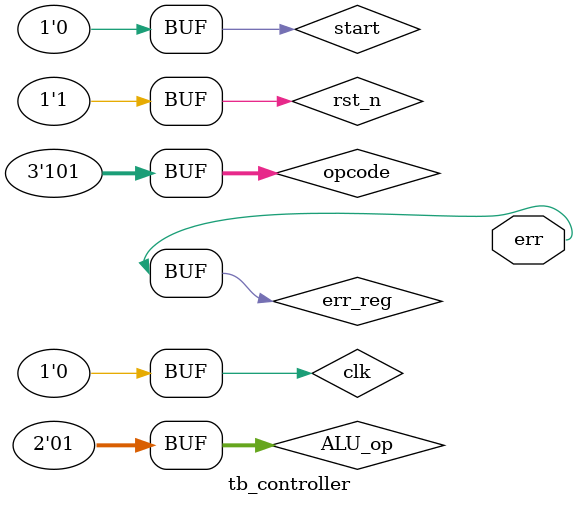
<source format=sv>
module tb_controller(output err);
  //module controller(input clk, input rst_n, input start,
   //               input [2:0] opcode, input [1:0] ALU_op, input [1:0] shift_op,
   //               input Z, input N, input V,
   //               output waiting,
    //              output [1:0] reg_sel, output [1:0] wb_sel, output w_en,
     //             output en_A, output en_B, output en_C, output en_status,
     //             output sel_A, output sel_B);

reg clk;
reg rst_n;
reg start;
reg [2:0] opcode;
reg [1:0] ALU_op;
reg [1:0] shift_op;
reg Z;
reg N;
reg V;
wire waiting;
wire [1:0] reg_sel;
wire [1:0] wb_sel;
wire w_en;
wire en_A;
wire en_B;
wire en_C;
wire sel_A;
wire sel_B;

reg err_reg;
assign err = err_reg;

controller controllertest (.clk(clk),
				.rst_n(rst_n),
				.start(start),
				.opcode(opcode),
				.ALU_op(ALU_op),
				.shift_op(shift_op),
				.Z(Z),
				.N(N),
				.V(V),
				.waiting(waiting),
				.reg_sel(reg_sel),
				.wb_sel(wb_sel),
				.w_en(w_en),
				.en_A(en_A),
				.en_B(en_B),
				.en_C(en_C),
				.sel_A(sel_A),
				.sel_B(sel_B));

initial begin
clk = 1'b0;
rst_n = 1'b0;
#5;
clk = 1'b1;
#5;
clk = 1'b0;
rst_n = 1'b1;
opcode = 3'b110;
ALU_op = 2'b10;
start = 1'b1;
#5;
clk = 1'b1;
#5;
clk = 1'b0;
start = 1'b0;
#5;
clk = 1'b1;
#5;
clk = 1'b0;
opcode = 3'b110;
ALU_op = 2'b00;
start = 1'b1;
#5;
clk = 1'b1;
#5;
clk = 1'b0;
start = 1'b0;
#5;
clk = 1'b1;
#5;
clk = 1'b0;
#5;
clk = 1'b1;
#5;
clk = 1'b0;
#5;
clk = 1'b1;
#5;
clk = 1'b0;
opcode = 3'b101;
ALU_op = 2'b00;
start = 1'b1;
#5;
clk = 1'b1;
#5;
clk = 1'b0;
start = 1'b0;
#5;
clk = 1'b1;
#5;
clk = 1'b0;
#5;
clk = 1'b1;
#5;
clk = 1'b0;
#5;
clk = 1'b1;
#5;
clk = 1'b0;
#5;
clk = 1'b1;
#5;
clk = 1'b0;
opcode = 3'b101;
ALU_op = 2'b01;
start = 1'b1;
#5;
clk = 1'b1;
#5;
clk = 1'b0;
start = 1'b0;
#5;
clk = 1'b1;
#5;
clk = 1'b0;
#5;
clk = 1'b1;
#5;
clk = 1'b0;
#5;
clk = 1'b1;
#5;
clk = 1'b0;
#5;
clk = 1'b1;
#5;
clk = 1'b0;
#5;
clk = 1'b1;
#5;
clk = 1'b0;
#5;



end



endmodule: tb_controller

</source>
